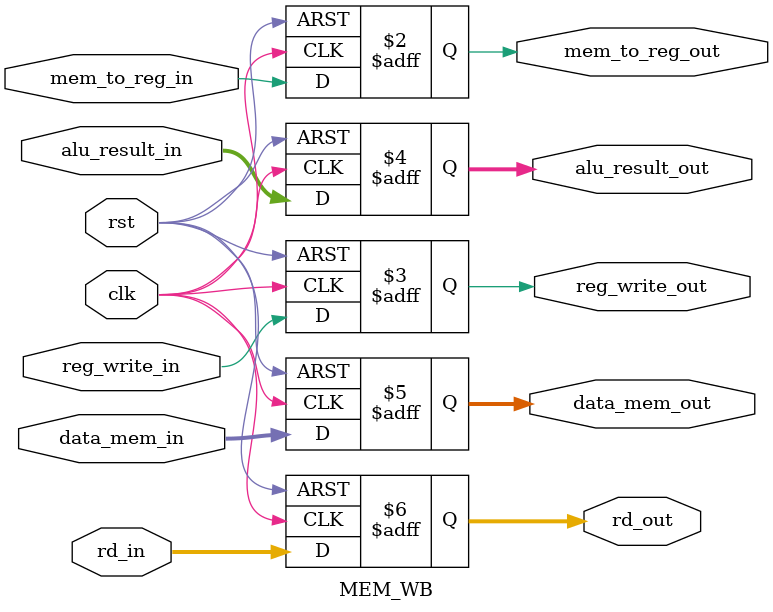
<source format=v>
`timescale 1ns / 1ps


module MEM_WB(clk,rst,data_mem_in, mem_to_reg_in,reg_write_in,data_mem_out, mem_to_reg_out, reg_write_out,
             rd_in,rd_out,
             alu_result_in,alu_result_out
             );
input clk,rst,mem_to_reg_in,reg_write_in;
input[31:0] alu_result_in,data_mem_in;
input[4:0] rd_in;

output reg mem_to_reg_out,reg_write_out;
output reg[31:0] alu_result_out,data_mem_out;
output reg[4:0] rd_out;


always@(posedge clk, posedge rst)begin

    if(rst) begin
    mem_to_reg_out <=1'b0;
    reg_write_out <= 1'b0;
    rd_out<= 5'b0;
    alu_result_out <=32'b0;
    data_mem_out <=32'b0;
    end
    else begin
    mem_to_reg_out <= mem_to_reg_in;
    reg_write_out <= reg_write_in;
    rd_out<= rd_in;
    alu_result_out <= alu_result_in;
    data_mem_out <= data_mem_in;
    end
end



endmodule
</source>
